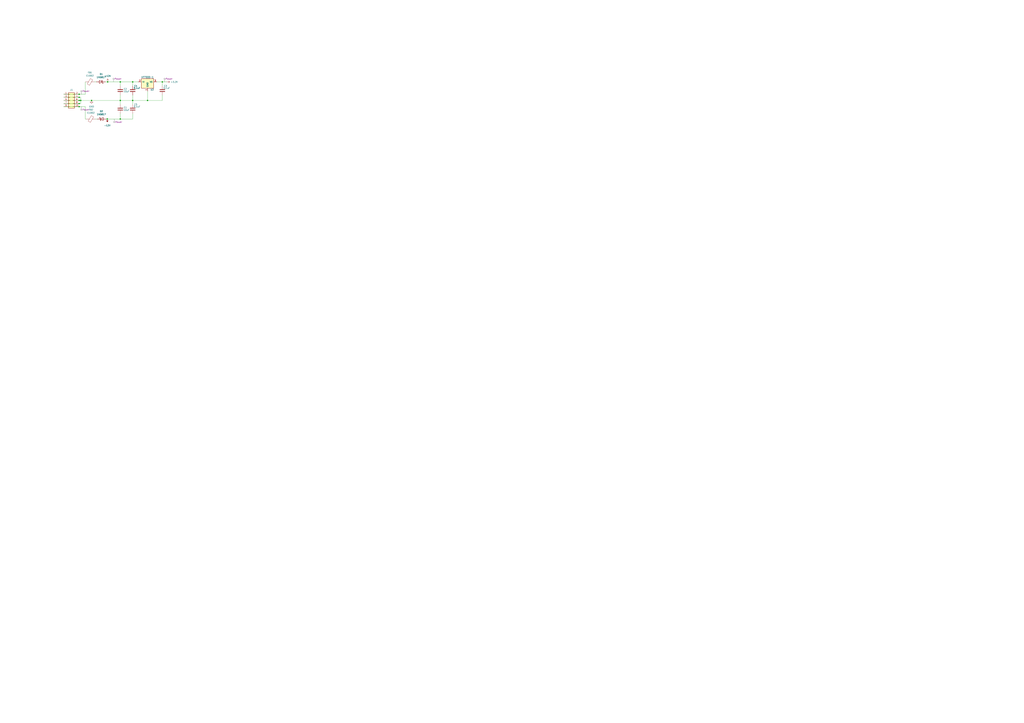
<source format=kicad_sch>
(kicad_sch (version 20231120) (generator "eeschema") (generator_version "8.0")
  (paper "A1")
  (lib_symbols
    (symbol "Connector_Generic:Conn_02x05_Odd_Even" (pin_names (offset 1.016) hide)
      (property "Reference" "J" (at 1.27 7.62 0))
      (property "Value" "Conn_02x05_Odd_Even" (at 1.27 -7.62 0))
      (symbol "Conn_02x05_Odd_Even_1_1"
        (rectangle (start -1.27 -4.953) (end 0 -5.207) (stroke (width 0.1524)))
        (rectangle (start -1.27 -2.413) (end 0 -2.667) (stroke (width 0.1524)))
        (rectangle (start -1.27 0.127) (end 0 -0.127) (stroke (width 0.1524)))
        (rectangle (start -1.27 2.667) (end 0 2.413) (stroke (width 0.1524)))
        (rectangle (start -1.27 5.207) (end 0 4.953) (stroke (width 0.1524)))
        (rectangle (start -1.27 6.35) (end 3.81 -6.35) (stroke (width 0.254)) (fill (type background)))
        (rectangle (start 3.81 -4.953) (end 2.54 -5.207) (stroke (width 0.1524)))
        (rectangle (start 3.81 -2.413) (end 2.54 -2.667) (stroke (width 0.1524)))
        (rectangle (start 3.81 0.127) (end 2.54 -0.127) (stroke (width 0.1524)))
        (rectangle (start 3.81 2.667) (end 2.54 2.413) (stroke (width 0.1524)))
        (rectangle (start 3.81 5.207) (end 2.54 4.953) (stroke (width 0.1524)))
        (pin passive line (at -5.08 5.08 0) (length 3.81) (name "Pin_1") (number "1"))
        (pin passive line (at 7.62 -5.08 180) (length 3.81) (name "Pin_10") (number "10"))
        (pin passive line (at 7.62 5.08 180) (length 3.81) (name "Pin_2") (number "2"))
        (pin passive line (at -5.08 2.54 0) (length 3.81) (name "Pin_3") (number "3"))
        (pin passive line (at 7.62 2.54 180) (length 3.81) (name "Pin_4") (number "4"))
        (pin passive line (at -5.08 0 0) (length 3.81) (name "Pin_5") (number "5"))
        (pin passive line (at 7.62 0 180) (length 3.81) (name "Pin_6") (number "6"))
        (pin passive line (at -5.08 -2.54 0) (length 3.81) (name "Pin_7") (number "7"))
        (pin passive line (at 7.62 -2.54 180) (length 3.81) (name "Pin_8") (number "8"))
        (pin passive line (at -5.08 -5.08 0) (length 3.81) (name "Pin_9") (number "9"))
      )
    )
    (symbol "Device:C" (pin_numbers hide) (pin_names (offset 0.254))
      (property "Reference" "C" (at 0.635 2.54 0))
      (property "Value" "C" (at 0.635 -2.54 0))
      (symbol "C_0_1"
        (polyline (pts (xy -2.032 -0.762) (xy 2.032 -0.762)) (stroke (width 0.508)))
        (polyline (pts (xy -2.032 0.762) (xy 2.032 0.762)) (stroke (width 0.508)))
      )
      (symbol "C_1_1"
        (pin passive line (at 0 3.81 270) (length 2.794) (name "~") (number "1"))
        (pin passive line (at 0 -3.81 90) (length 2.794) (name "~") (number "2"))
      )
    )
    (symbol "Device:FerriteBead" (pin_numbers hide) (pin_names (offset 0))
      (property "Reference" "FB" (at -3.81 0.635 90))
      (property "Value" "FerriteBead" (at 3.81 0 90))
      (symbol "FerriteBead_0_1"
        (polyline (pts (xy 0 -1.27) (xy 0 -1.2192)))
        (polyline (pts (xy 0 1.27) (xy 0 1.2954)))
        (polyline (pts (xy -2.7686 0.4064) (xy -1.7018 2.2606) (xy 2.7686 -0.3048) (xy 1.6764 -2.159) (xy -2.7686 0.4064)))
      )
      (symbol "FerriteBead_1_1"
        (pin passive line (at 0 3.81 270) (length 2.54) (name "~") (number "1"))
        (pin passive line (at 0 -3.81 90) (length 2.54) (name "~") (number "2"))
      )
    )
    (symbol "Diode:1N5819" (pin_numbers hide) (pin_names (offset 1.016) hide)
      (property "Reference" "D" (at 0 2.54 0))
      (property "Value" "1N5819" (at 0 -2.54 0))
      (symbol "1N5819_0_1"
        (polyline (pts (xy 1.27 0) (xy -1.27 0)))
        (polyline (pts (xy 1.27 1.27) (xy 1.27 -1.27) (xy -1.27 0) (xy 1.27 1.27)) (stroke (width 0.254)))
        (polyline (pts (xy -1.905 0.635) (xy -1.905 1.27) (xy -1.27 1.27) (xy -1.27 -1.27) (xy -0.635 -1.27) (xy -0.635 -0.635)) (stroke (width 0.254)))
      )
      (symbol "1N5819_1_1"
        (pin passive line (at -3.81 0 0) (length 2.54) (name "K") (number "1"))
        (pin passive line (at 3.81 0 180) (length 2.54) (name "A") (number "2"))
      )
    )
    (symbol "GND_1" (power) (pin_numbers hide) (pin_names (offset 0) hide)
      (property "Value" "GND" (at 0 -3.81 0))
      (symbol "GND_1_0_1"
        (polyline (pts (xy 0 0) (xy 0 -1.27) (xy 1.27 -1.27) (xy 0 -2.54) (xy -1.27 -1.27) (xy 0 -1.27)))
      )
      (symbol "GND_1_1_1"
        (pin power_in line (at 0 0 270) (length 0) (name "~") (number "1"))
      )
    )
    (symbol "eurorack-spinfx-rescue:MCP1703A-3302/MB" (pin_names (offset 0.762))
      (property "Reference" "U" (at 3.81 -6.35 0))
      (property "Value" "MCP1703A-3302/MB" (at 0 3.81 0))
      (symbol "MCP1703A-3302/MB_0_1"
        (rectangle (start -5.08 -5.08) (end 5.08 2.54) (stroke (width 0.254)) (fill (type background)))
      )
      (symbol "MCP1703A-3302/MB_1_1"
        (pin power_in line (at 0 -7.62 90) (length 2.54) (name "GND") (number "1"))
        (pin power_in line (at -7.62 0 0) (length 2.54) (name "VI") (number "2"))
        (pin power_out line (at 7.62 0 180) (length 2.54) (name "VO") (number "3"))
      )
    )
    (symbol "power:+12V" (power) (pin_numbers hide) (pin_names (offset 0) hide)
      (property "Value" "+12V" (at 0 3.556 0))
      (symbol "+12V_0_1"
        (polyline (pts (xy -0.762 1.27) (xy 0 2.54)))
        (polyline (pts (xy 0 0) (xy 0 2.54)))
        (polyline (pts (xy 0 2.54) (xy 0.762 1.27)))
      )
      (symbol "+12V_1_1"
        (pin power_in line (at 0 0 90) (length 0) (name "~") (number "1"))
      )
    )
    (symbol "power:+3.3V" (power) (pin_numbers hide) (pin_names (offset 0) hide)
      (property "Value" "+3.3V" (at 0 3.556 0))
      (symbol "+3.3V_0_1"
        (polyline (pts (xy -0.762 1.27) (xy 0 2.54)))
        (polyline (pts (xy 0 0) (xy 0 2.54)))
        (polyline (pts (xy 0 2.54) (xy 0.762 1.27)))
      )
      (symbol "+3.3V_1_1"
        (pin power_in line (at 0 0 90) (length 0) (name "~") (number "1"))
      )
    )
    (symbol "power:-12V" (power) (pin_numbers hide) (pin_names (offset 0) hide)
      (property "Value" "-12V" (at 0 3.556 0))
      (symbol "-12V_0_0"
        (pin power_in line (at 0 0 90) (length 0) (name "~") (number "1"))
      )
      (symbol "-12V_0_1"
        (polyline (pts (xy 0 0) (xy 0 1.27) (xy 0.762 1.27) (xy 0 2.54) (xy -0.762 1.27) (xy 0 1.27)) (fill (type outline)))
      )
    )
  )
  (junction (at 108.966 67.31))
  (junction (at 108.966 82.55))
  (junction (at 66.294 82.55))
  (junction (at 88.138 97.79))
  (junction (at 98.806 82.55))
  (junction (at 121.158 82.55))
  (junction (at 65.024 80.01))
  (junction (at 98.806 97.79))
  (junction (at 65.024 87.63))
  (junction (at 98.806 67.31))
  (junction (at 65.024 82.55))
  (junction (at 65.024 85.09))
  (junction (at 65.024 77.47))
  (junction (at 75.184 82.55))
  (junction (at 88.392 67.31))
  (junction (at 133.35 67.31))
  (wire (pts (xy 121.158 74.93) (xy 121.158 82.55)))
  (wire (pts (xy 70.104 97.79) (xy 70.866 97.79)))
  (wire (pts (xy 108.966 78.232) (xy 108.966 82.55)))
  (wire (pts (xy 66.294 80.01) (xy 66.294 82.55)))
  (wire (pts (xy 98.806 82.55) (xy 108.966 82.55)))
  (wire (pts (xy 52.324 82.55) (xy 65.024 82.55)))
  (wire (pts (xy 108.966 67.31) (xy 113.538 67.31)))
  (wire (pts (xy 70.104 77.47) (xy 70.104 67.31)))
  (wire (pts (xy 65.024 87.63) (xy 70.104 87.63)))
  (wire (pts (xy 65.024 85.09) (xy 66.294 85.09)))
  (wire (pts (xy 98.806 93.472) (xy 98.806 97.79)))
  (wire (pts (xy 66.294 82.55) (xy 66.294 85.09)))
  (wire (pts (xy 108.966 67.31) (xy 108.966 70.612)))
  (wire (pts (xy 108.966 93.472) (xy 108.966 97.79)))
  (wire (pts (xy 108.966 82.55) (xy 108.966 85.852)))
  (wire (pts (xy 121.158 82.55) (xy 133.35 82.55)))
  (wire (pts (xy 88.392 67.31) (xy 98.806 67.31)))
  (wire (pts (xy 98.806 97.79) (xy 108.966 97.79)))
  (wire (pts (xy 65.024 77.47) (xy 70.104 77.47)))
  (wire (pts (xy 75.184 82.55) (xy 98.806 82.55)))
  (wire (pts (xy 52.324 85.09) (xy 65.024 85.09)))
  (wire (pts (xy 52.324 87.63) (xy 65.024 87.63)))
  (wire (pts (xy 86.614 67.31) (xy 88.392 67.31)))
  (wire (pts (xy 108.966 82.55) (xy 121.158 82.55)))
  (wire (pts (xy 98.806 82.55) (xy 98.806 85.852)))
  (wire (pts (xy 133.35 78.232) (xy 133.35 82.55)))
  (wire (pts (xy 75.184 82.55) (xy 66.294 82.55)))
  (wire (pts (xy 78.486 97.79) (xy 79.756 97.79)))
  (wire (pts (xy 52.324 80.01) (xy 65.024 80.01)))
  (wire (pts (xy 65.024 82.55) (xy 66.294 82.55)))
  (wire (pts (xy 65.024 80.01) (xy 66.294 80.01)))
  (wire (pts (xy 70.104 87.63) (xy 70.104 97.79)))
  (wire (pts (xy 88.138 97.79) (xy 98.806 97.79)))
  (wire (pts (xy 98.806 67.31) (xy 108.966 67.31)))
  (wire (pts (xy 98.806 78.232) (xy 98.806 82.55)))
  (wire (pts (xy 52.324 77.47) (xy 65.024 77.47)))
  (wire (pts (xy 98.806 67.31) (xy 98.806 70.612)))
  (wire (pts (xy 133.35 70.612) (xy 133.35 67.31)))
  (wire (pts (xy 133.35 67.31) (xy 128.778 67.31)))
  (wire (pts (xy 87.376 97.79) (xy 88.138 97.79)))
  (wire (pts (xy 136.906 67.31) (xy 133.35 67.31)))
  (wire (pts (xy 77.724 67.31) (xy 78.994 67.31)))
  (netclass_flag "" (length 2.54) (shape round) (at 93.218 67.31 0) (property "Netclass" "Power" (at 93.9165 64.77 0) (effects (font (italic yes)) (justify left))))
  (netclass_flag "" (length 2.54) (shape round) (at 135.128 67.31 0) (property "Netclass" "Power" (at 135.8265 64.77 0) (effects (font (italic yes)) (justify left))))
  (netclass_flag "" (length 2.54) (shape round) (at 66.802 87.63 180) (property "Netclass" "Power" (at 67.5005 90.17 0) (effects (font (italic yes)) (justify left))))
  (netclass_flag "" (length 2.54) (shape round) (at 93.726 97.79 180) (property "Netclass" "Power" (at 94.4245 100.33 0) (effects (font (italic yes)) (justify left))))
  (netclass_flag "" (length 2.54) (shape round) (at 66.802 77.47 0) (property "Netclass" "Power" (at 67.5005 74.93 0) (effects (font (italic yes)) (justify left))))
  (symbol (lib_id "Diode:1N5819") (at 82.804 67.31 180) (unit 1)
    (property "Reference" "D1" (at 83.1215 60.96 0))
    (property "Value" "1N5817" (at 83.1215 63.5 0))
    (property "Footprint" "Diode_SMD:D_SOD-123" (effects (hide yes)))
    (property "Datasheet" "http://www.vishay.com/docs/88525/1n5817.pdf" (effects (hide yes)))
  )
  (symbol (lib_id "power:+3.3V") (at 136.906 67.31 270) (unit 1)
    (property "Reference" "#PWR04" (effects (hide yes)))
    (property "Value" "+3.3V" (at 140.208 67.3099 90) (effects (justify left)))
    (property "Description" "Power symbol creates a global label with name \"+3.3V\"" (effects (hide yes)))
  )
  (symbol (lib_id "power:+12V") (at 88.392 67.31 0) (unit 1)
    (property "Reference" "#PWR05" (effects (hide yes)))
    (property "Value" "+12V" (at 88.392 62.484 0))
    (property "Description" "Power symbol creates a global label with name \"+12V\"" (effects (hide yes)))
  )
  (symbol (lib_id "Device:C") (at 98.806 89.662 0) (unit 1)
    (property "Reference" "C1" (at 102.87 88.392 0))
    (property "Value" "10uF" (at 103.886 90.424 0))
    (property "Footprint" "Capacitor_SMD:C_1210_3225Metric" (effects (hide yes)))
    (property "Description" "Unpolarized capacitor" (effects (hide yes)))
  )
  (symbol (lib_id "Device:C") (at 133.35 74.422 0) (unit 1)
    (property "Reference" "C3" (at 135.89 70.612 0))
    (property "Value" "0.1uF" (at 136.906 72.39 0))
    (property "Footprint" "Capacitor_SMD:C_1206_3216Metric" (effects (hide yes)))
    (property "Description" "Unpolarized capacitor" (effects (hide yes)))
  )
  (symbol (lib_id "eurorack-spinfx-rescue:MCP1703A-3302/MB") (at 121.158 67.31 0) (unit 1)
    (property "Reference" "U2" (at 124.968 73.66 0))
    (property "Value" "HT7333-1" (at 121.158 63.5 0))
    (property "Footprint" "Package_TO_SOT_SMD:SOT-89-3" (effects (hide yes)))
  )
  (symbol (lib_id "Device:FerriteBead") (at 74.676 97.79 90) (unit 1)
    (property "Reference" "FB2" (at 74.6252 90.17 90))
    (property "Value" "C1002" (at 74.6252 92.71 90))
    (property "Footprint" "Inductor_SMD:L_0603_1608Metric" (effects (hide yes)))
  )
  (symbol (lib_id "Device:C") (at 108.966 74.422 0) (unit 1)
    (property "Reference" "C4" (at 111.506 70.612 0))
    (property "Value" "0.1uF" (at 112.522 72.39 0))
    (property "Footprint" "Capacitor_SMD:C_1206_3216Metric" (effects (hide yes)))
    (property "Description" "Unpolarized capacitor" (effects (hide yes)))
  )
  (symbol (lib_id "Diode:1N5819") (at 83.566 97.79 0) (unit 1)
    (property "Reference" "D2" (at 83.2485 91.44 0))
    (property "Value" "1N5817" (at 83.2485 93.98 0))
    (property "Footprint" "Diode_SMD:D_SOD-123" (effects (hide yes)))
    (property "Datasheet" "http://www.vishay.com/docs/88525/1n5817.pdf" (effects (hide yes)))
  )
  (symbol (lib_id "power:-12V") (at 88.138 97.79 180) (unit 1)
    (property "Reference" "#PWR07" (effects (hide yes)))
    (property "Value" "-12V" (at 88.138 103.124 0))
    (property "Description" "Power symbol creates a global label with name \"-12V\"" (effects (hide yes)))
  )
  (symbol (lib_id "Connector_Generic:Conn_02x05_Odd_Even") (at 57.404 82.55 0) (unit 1)
    (property "Reference" "J1" (at 58.674 73.914 0))
    (property "Value" "Conn_02x05_Odd_Even" (effects (hide yes)))
    (property "Footprint" "PCM_4ms_Connector:Pins_2x05_2.54mm_TH_Europower" (effects (hide yes)))
  )
  (symbol (lib_id "Device:C") (at 108.966 89.662 0) (unit 1)
    (property "Reference" "C5" (at 111.506 85.852 0))
    (property "Value" "0.1uF" (at 112.522 87.63 0))
    (property "Footprint" "Capacitor_SMD:C_1206_3216Metric" (effects (hide yes)))
    (property "Description" "Unpolarized capacitor" (effects (hide yes)))
  )
  (symbol (lib_name "GND_1") (lib_id "power:GND") (at 75.184 82.55 0) (unit 1)
    (property "Reference" "#PWR02" (effects (hide yes)))
    (property "Value" "GND" (at 75.184 87.63 0))
    (property "Description" "Power symbol creates a global label with name \"GND\" , ground" (effects (hide yes)))
  )
  (symbol (lib_id "Device:C") (at 98.806 74.422 0) (unit 1)
    (property "Reference" "C2" (at 102.87 73.152 0))
    (property "Value" "10uF" (at 103.886 75.184 0))
    (property "Footprint" "Capacitor_SMD:C_1210_3225Metric" (effects (hide yes)))
    (property "Description" "Unpolarized capacitor" (effects (hide yes)))
  )
  (symbol (lib_id "Device:FerriteBead") (at 73.914 67.31 90) (unit 1)
    (property "Reference" "FB1" (at 73.8632 59.69 90))
    (property "Value" "C1002" (at 73.8632 62.23 90))
    (property "Footprint" "Inductor_SMD:L_0603_1608Metric" (effects (hide yes)))
  )
)
</source>
